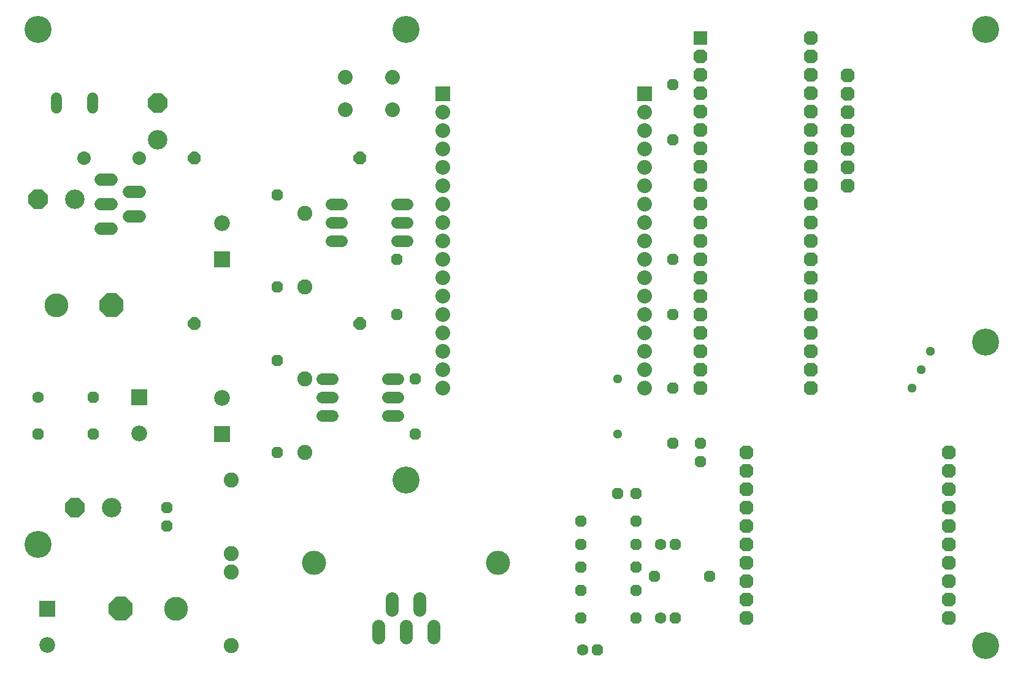
<source format=gts>
G75*
G70*
%OFA0B0*%
%FSLAX24Y24*%
%IPPOS*%
%LPD*%
%AMOC8*
5,1,8,0,0,1.08239X$1,22.5*
%
%ADD10C,0.0700*%
%ADD11OC8,0.1300*%
%ADD12C,0.1300*%
%ADD13C,0.1060*%
%ADD14OC8,0.1060*%
%ADD15OC8,0.0630*%
%ADD16C,0.0630*%
%ADD17C,0.0820*%
%ADD18C,0.1310*%
%ADD19C,0.0660*%
%ADD20C,0.0733*%
%ADD21C,0.0590*%
%ADD22C,0.0630*%
%ADD23OC8,0.0700*%
%ADD24OC8,0.0760*%
%ADD25R,0.0760X0.0760*%
%ADD26C,0.0800*%
%ADD27R,0.0800X0.0800*%
%ADD28C,0.1470*%
%ADD29R,0.0860X0.0860*%
%ADD30C,0.0860*%
%ADD31C,0.0510*%
D10*
X021180Y003110D02*
X021180Y003750D01*
X021930Y004610D02*
X021930Y005250D01*
X023430Y005250D02*
X023430Y004610D01*
X022680Y003750D02*
X022680Y003110D01*
X024180Y003110D02*
X024180Y003750D01*
D11*
X007180Y004680D03*
X006680Y021180D03*
D12*
X003680Y021180D03*
X010180Y004680D03*
D13*
X006680Y010180D03*
X004680Y026930D03*
X009180Y030180D03*
D14*
X009180Y032180D03*
X002680Y026930D03*
X004680Y010180D03*
D15*
X009680Y010180D03*
X009680Y009180D03*
X015680Y013180D03*
X015680Y018180D03*
X015680Y022180D03*
X015680Y027180D03*
X022180Y023680D03*
X022180Y020680D03*
X023180Y017180D03*
X023180Y014180D03*
X032180Y009430D03*
X032180Y008180D03*
X032180Y006930D03*
X032180Y005680D03*
X032180Y004180D03*
X033080Y002430D03*
X035180Y004180D03*
X035180Y005680D03*
X036180Y006430D03*
X035180Y006930D03*
X035180Y008180D03*
X035180Y009430D03*
X035180Y010930D03*
X034180Y010930D03*
X037180Y013680D03*
X038680Y013680D03*
X038680Y012680D03*
X037180Y016680D03*
X037180Y020680D03*
X037180Y023680D03*
X037180Y030180D03*
X037180Y033180D03*
X005680Y016180D03*
X005680Y014180D03*
X002680Y014180D03*
X037330Y008180D03*
X039180Y006430D03*
X037330Y004180D03*
D16*
X036530Y004180D03*
X032280Y002430D03*
X036530Y008180D03*
X002680Y016180D03*
D17*
X013180Y011680D03*
X017180Y013180D03*
X017180Y017180D03*
X017180Y022180D03*
X017180Y026180D03*
X013180Y007680D03*
X013180Y006680D03*
X013180Y002680D03*
D18*
X017680Y007180D03*
X027680Y007180D03*
D19*
X006673Y025341D02*
X006073Y025341D01*
X006073Y026680D02*
X006673Y026680D01*
X007608Y026011D02*
X008208Y026011D01*
X008208Y027349D02*
X007608Y027349D01*
X006673Y028019D02*
X006073Y028019D01*
D20*
X005180Y029180D03*
X008180Y029180D03*
D21*
X005664Y031915D02*
X005664Y032445D01*
X003696Y032445D02*
X003696Y031915D01*
D22*
X018610Y026680D02*
X019180Y026680D01*
X019180Y025680D02*
X018610Y025680D01*
X018610Y024680D02*
X019180Y024680D01*
X022180Y024680D02*
X022750Y024680D01*
X022750Y025680D02*
X022180Y025680D01*
X022180Y026680D02*
X022750Y026680D01*
X022250Y017180D02*
X021680Y017180D01*
X021680Y016180D02*
X022250Y016180D01*
X022250Y015180D02*
X021680Y015180D01*
X018680Y015180D02*
X018110Y015180D01*
X018110Y016180D02*
X018680Y016180D01*
X018680Y017180D02*
X018110Y017180D01*
D23*
X020180Y020180D03*
X011180Y020180D03*
X011180Y029180D03*
X020180Y029180D03*
D24*
X038681Y028690D03*
X038681Y027690D03*
X038681Y026690D03*
X038683Y025671D03*
X038683Y024671D03*
X038683Y023671D03*
X038683Y022671D03*
X038683Y021671D03*
X038683Y020671D03*
X038683Y019671D03*
X038683Y018671D03*
X038683Y017671D03*
X038683Y016671D03*
X041171Y013176D03*
X041171Y012176D03*
X041171Y011176D03*
X041171Y010176D03*
X041171Y009176D03*
X041171Y008176D03*
X041171Y007176D03*
X041171Y006176D03*
X041171Y005176D03*
X041171Y004176D03*
X052175Y004176D03*
X052175Y005176D03*
X052175Y006176D03*
X052175Y007176D03*
X052175Y008176D03*
X052175Y009176D03*
X052175Y010176D03*
X052175Y011176D03*
X052175Y012176D03*
X052175Y013176D03*
X044683Y016671D03*
X044683Y017671D03*
X044683Y018671D03*
X044683Y019671D03*
X044683Y020671D03*
X044683Y021671D03*
X044683Y022671D03*
X044683Y023671D03*
X044683Y024671D03*
X044683Y025671D03*
X044681Y026690D03*
X044681Y027690D03*
X044681Y028690D03*
X044681Y029690D03*
X044681Y030690D03*
X044681Y031690D03*
X044681Y032690D03*
X044681Y033690D03*
X044681Y034690D03*
X044681Y035690D03*
X046680Y033680D03*
X046680Y032680D03*
X046680Y031680D03*
X046680Y030680D03*
X046680Y029680D03*
X046680Y028680D03*
X046680Y027680D03*
X038681Y029690D03*
X038681Y030690D03*
X038681Y031690D03*
X038681Y032690D03*
X038681Y033690D03*
X038681Y034690D03*
D25*
X038681Y035690D03*
D26*
X035664Y031684D03*
X035664Y030684D03*
X035664Y029684D03*
X035664Y028684D03*
X035664Y027684D03*
X035664Y026684D03*
X035664Y025684D03*
X035664Y024684D03*
X035664Y023684D03*
X035664Y022684D03*
X035664Y021684D03*
X035664Y020684D03*
X035664Y019684D03*
X035664Y018684D03*
X035664Y017684D03*
X035664Y016684D03*
X024672Y016681D03*
X024672Y017681D03*
X024672Y018681D03*
X024672Y019681D03*
X024672Y020681D03*
X024672Y021681D03*
X024672Y022681D03*
X024672Y023681D03*
X024672Y024681D03*
X024672Y025681D03*
X024672Y026681D03*
X024672Y027681D03*
X024672Y028681D03*
X024672Y029681D03*
X024672Y030681D03*
X024672Y031681D03*
X021960Y031790D03*
X019400Y031790D03*
X019400Y033570D03*
X021960Y033570D03*
D27*
X024672Y032681D03*
X035664Y032684D03*
D28*
X022680Y036180D03*
X002680Y036180D03*
X022680Y011680D03*
X002680Y008180D03*
X054180Y002680D03*
X054180Y019180D03*
X054180Y036180D03*
D29*
X012680Y023680D03*
X008180Y016180D03*
X012680Y014180D03*
X003180Y004680D03*
D30*
X003180Y002711D03*
X008180Y014211D03*
X012680Y016149D03*
X012680Y025649D03*
D31*
X034180Y017180D03*
X034180Y014180D03*
X050180Y016680D03*
X050680Y017680D03*
X051180Y018680D03*
M02*

</source>
